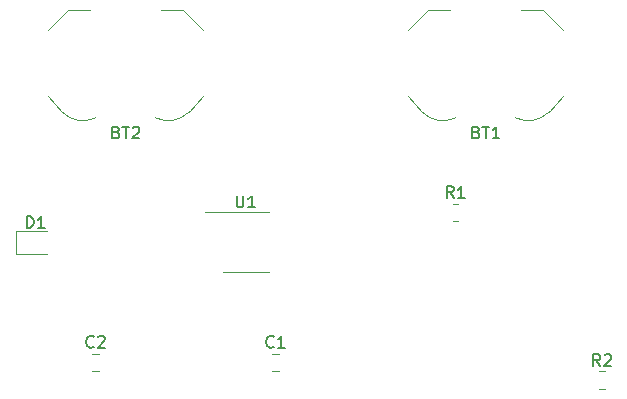
<source format=gbr>
%TF.GenerationSoftware,KiCad,Pcbnew,(6.0.2)*%
%TF.CreationDate,2022-02-27T09:47:09-08:00*%
%TF.ProjectId,intro project,696e7472-6f20-4707-926f-6a6563742e6b,rev?*%
%TF.SameCoordinates,Original*%
%TF.FileFunction,Legend,Top*%
%TF.FilePolarity,Positive*%
%FSLAX46Y46*%
G04 Gerber Fmt 4.6, Leading zero omitted, Abs format (unit mm)*
G04 Created by KiCad (PCBNEW (6.0.2)) date 2022-02-27 09:47:09*
%MOMM*%
%LPD*%
G01*
G04 APERTURE LIST*
%ADD10C,0.150000*%
%ADD11C,0.120000*%
G04 APERTURE END LIST*
D10*
%TO.C,U1*%
X116078095Y-74792380D02*
X116078095Y-75601904D01*
X116125714Y-75697142D01*
X116173333Y-75744761D01*
X116268571Y-75792380D01*
X116459047Y-75792380D01*
X116554285Y-75744761D01*
X116601904Y-75697142D01*
X116649523Y-75601904D01*
X116649523Y-74792380D01*
X117649523Y-75792380D02*
X117078095Y-75792380D01*
X117363809Y-75792380D02*
X117363809Y-74792380D01*
X117268571Y-74935238D01*
X117173333Y-75030476D01*
X117078095Y-75078095D01*
%TO.C,R2*%
X146859047Y-89217860D02*
X146525714Y-88741670D01*
X146287618Y-89217860D02*
X146287618Y-88217860D01*
X146668571Y-88217860D01*
X146763809Y-88265480D01*
X146811428Y-88313099D01*
X146859047Y-88408337D01*
X146859047Y-88551194D01*
X146811428Y-88646432D01*
X146763809Y-88694051D01*
X146668571Y-88741670D01*
X146287618Y-88741670D01*
X147239999Y-88313099D02*
X147287618Y-88265480D01*
X147382856Y-88217860D01*
X147620952Y-88217860D01*
X147716190Y-88265480D01*
X147763809Y-88313099D01*
X147811428Y-88408337D01*
X147811428Y-88503575D01*
X147763809Y-88646432D01*
X147192380Y-89217860D01*
X147811428Y-89217860D01*
%TO.C,R1*%
X134453333Y-75002380D02*
X134120000Y-74526190D01*
X133881904Y-75002380D02*
X133881904Y-74002380D01*
X134262857Y-74002380D01*
X134358095Y-74050000D01*
X134405714Y-74097619D01*
X134453333Y-74192857D01*
X134453333Y-74335714D01*
X134405714Y-74430952D01*
X134358095Y-74478571D01*
X134262857Y-74526190D01*
X133881904Y-74526190D01*
X135405714Y-75002380D02*
X134834285Y-75002380D01*
X135120000Y-75002380D02*
X135120000Y-74002380D01*
X135024761Y-74145238D01*
X134929523Y-74240476D01*
X134834285Y-74288095D01*
%TO.C,D1*%
X98321904Y-77542380D02*
X98321904Y-76542380D01*
X98560000Y-76542380D01*
X98702857Y-76590000D01*
X98798095Y-76685238D01*
X98845714Y-76780476D01*
X98893333Y-76970952D01*
X98893333Y-77113809D01*
X98845714Y-77304285D01*
X98798095Y-77399523D01*
X98702857Y-77494761D01*
X98560000Y-77542380D01*
X98321904Y-77542380D01*
X99845714Y-77542380D02*
X99274285Y-77542380D01*
X99560000Y-77542380D02*
X99560000Y-76542380D01*
X99464761Y-76685238D01*
X99369523Y-76780476D01*
X99274285Y-76828095D01*
%TO.C,C2*%
X103973333Y-87577142D02*
X103925714Y-87624761D01*
X103782857Y-87672380D01*
X103687619Y-87672380D01*
X103544761Y-87624761D01*
X103449523Y-87529523D01*
X103401904Y-87434285D01*
X103354285Y-87243809D01*
X103354285Y-87100952D01*
X103401904Y-86910476D01*
X103449523Y-86815238D01*
X103544761Y-86720000D01*
X103687619Y-86672380D01*
X103782857Y-86672380D01*
X103925714Y-86720000D01*
X103973333Y-86767619D01*
X104354285Y-86767619D02*
X104401904Y-86720000D01*
X104497142Y-86672380D01*
X104735238Y-86672380D01*
X104830476Y-86720000D01*
X104878095Y-86767619D01*
X104925714Y-86862857D01*
X104925714Y-86958095D01*
X104878095Y-87100952D01*
X104306666Y-87672380D01*
X104925714Y-87672380D01*
%TO.C,C1*%
X119213333Y-87577142D02*
X119165714Y-87624761D01*
X119022857Y-87672380D01*
X118927619Y-87672380D01*
X118784761Y-87624761D01*
X118689523Y-87529523D01*
X118641904Y-87434285D01*
X118594285Y-87243809D01*
X118594285Y-87100952D01*
X118641904Y-86910476D01*
X118689523Y-86815238D01*
X118784761Y-86720000D01*
X118927619Y-86672380D01*
X119022857Y-86672380D01*
X119165714Y-86720000D01*
X119213333Y-86767619D01*
X120165714Y-87672380D02*
X119594285Y-87672380D01*
X119880000Y-87672380D02*
X119880000Y-86672380D01*
X119784761Y-86815238D01*
X119689523Y-86910476D01*
X119594285Y-86958095D01*
%TO.C,BT2*%
X105894285Y-69428571D02*
X106037142Y-69476190D01*
X106084761Y-69523809D01*
X106132380Y-69619047D01*
X106132380Y-69761904D01*
X106084761Y-69857142D01*
X106037142Y-69904761D01*
X105941904Y-69952380D01*
X105560952Y-69952380D01*
X105560952Y-68952380D01*
X105894285Y-68952380D01*
X105989523Y-69000000D01*
X106037142Y-69047619D01*
X106084761Y-69142857D01*
X106084761Y-69238095D01*
X106037142Y-69333333D01*
X105989523Y-69380952D01*
X105894285Y-69428571D01*
X105560952Y-69428571D01*
X106418095Y-68952380D02*
X106989523Y-68952380D01*
X106703809Y-69952380D02*
X106703809Y-68952380D01*
X107275238Y-69047619D02*
X107322857Y-69000000D01*
X107418095Y-68952380D01*
X107656190Y-68952380D01*
X107751428Y-69000000D01*
X107799047Y-69047619D01*
X107846666Y-69142857D01*
X107846666Y-69238095D01*
X107799047Y-69380952D01*
X107227619Y-69952380D01*
X107846666Y-69952380D01*
%TO.C,BT1*%
X136374285Y-69428571D02*
X136517142Y-69476190D01*
X136564761Y-69523809D01*
X136612380Y-69619047D01*
X136612380Y-69761904D01*
X136564761Y-69857142D01*
X136517142Y-69904761D01*
X136421904Y-69952380D01*
X136040952Y-69952380D01*
X136040952Y-68952380D01*
X136374285Y-68952380D01*
X136469523Y-69000000D01*
X136517142Y-69047619D01*
X136564761Y-69142857D01*
X136564761Y-69238095D01*
X136517142Y-69333333D01*
X136469523Y-69380952D01*
X136374285Y-69428571D01*
X136040952Y-69428571D01*
X136898095Y-68952380D02*
X137469523Y-68952380D01*
X137183809Y-69952380D02*
X137183809Y-68952380D01*
X138326666Y-69952380D02*
X137755238Y-69952380D01*
X138040952Y-69952380D02*
X138040952Y-68952380D01*
X137945714Y-69095238D01*
X137850476Y-69190476D01*
X137755238Y-69238095D01*
D11*
%TO.C,U1*%
X116840000Y-76180000D02*
X118790000Y-76180000D01*
X116840000Y-81300000D02*
X118790000Y-81300000D01*
X116840000Y-76180000D02*
X113390000Y-76180000D01*
X116840000Y-81300000D02*
X114890000Y-81300000D01*
%TO.C,R2*%
X146798650Y-89680480D02*
X147252778Y-89680480D01*
X146798650Y-91150480D02*
X147252778Y-91150480D01*
%TO.C,R1*%
X134392936Y-75465000D02*
X134847064Y-75465000D01*
X134392936Y-76935000D02*
X134847064Y-76935000D01*
%TO.C,D1*%
X100060000Y-77780000D02*
X97375000Y-77780000D01*
X97375000Y-77780000D02*
X97375000Y-79700000D01*
X97375000Y-79700000D02*
X100060000Y-79700000D01*
%TO.C,C2*%
X103878748Y-89635000D02*
X104401252Y-89635000D01*
X103878748Y-88165000D02*
X104401252Y-88165000D01*
%TO.C,C1*%
X119118748Y-88165000D02*
X119641252Y-88165000D01*
X119118748Y-89635000D02*
X119641252Y-89635000D01*
%TO.C,BT2*%
X111580000Y-59100000D02*
X113230000Y-60750000D01*
X111580000Y-59100000D02*
X109680000Y-59100000D01*
X113230000Y-66350000D02*
X112080000Y-67700000D01*
X100130000Y-60750000D02*
X101780000Y-59100000D01*
X101780000Y-59100000D02*
X103680000Y-59100000D01*
X100130000Y-66350000D02*
X101280000Y-67700000D01*
X101280000Y-67700000D02*
G75*
G03*
X104175902Y-68197607I1800000J1800000D01*
G01*
X109181694Y-68196459D02*
G75*
G03*
X112080000Y-67700000I1098306J2296461D01*
G01*
%TO.C,BT1*%
X142060000Y-59100000D02*
X143710000Y-60750000D01*
X142060000Y-59100000D02*
X140160000Y-59100000D01*
X143710000Y-66350000D02*
X142560000Y-67700000D01*
X130610000Y-60750000D02*
X132260000Y-59100000D01*
X132260000Y-59100000D02*
X134160000Y-59100000D01*
X130610000Y-66350000D02*
X131760000Y-67700000D01*
X131760000Y-67700000D02*
G75*
G03*
X134655902Y-68197607I1800000J1800000D01*
G01*
X139661694Y-68196459D02*
G75*
G03*
X142560000Y-67700000I1098306J2296461D01*
G01*
%TD*%
M02*

</source>
